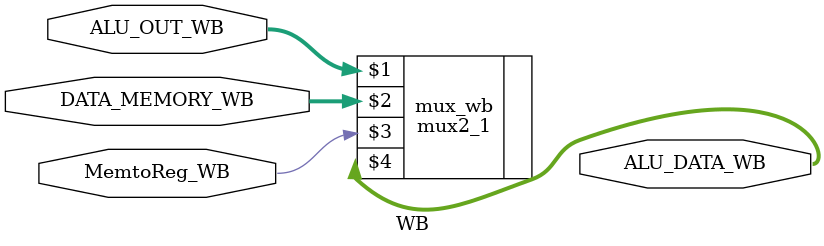
<source format=v>
`timescale 1ns / 1ps


module WB(input [31:0] ALU_OUT_WB, DATA_MEMORY_WB,  
          input MemtoReg_WB,
          output [31:0] ALU_DATA_WB);
    
    mux2_1 mux_wb(ALU_OUT_WB, DATA_MEMORY_WB, MemtoReg_WB, ALU_DATA_WB);
endmodule

</source>
